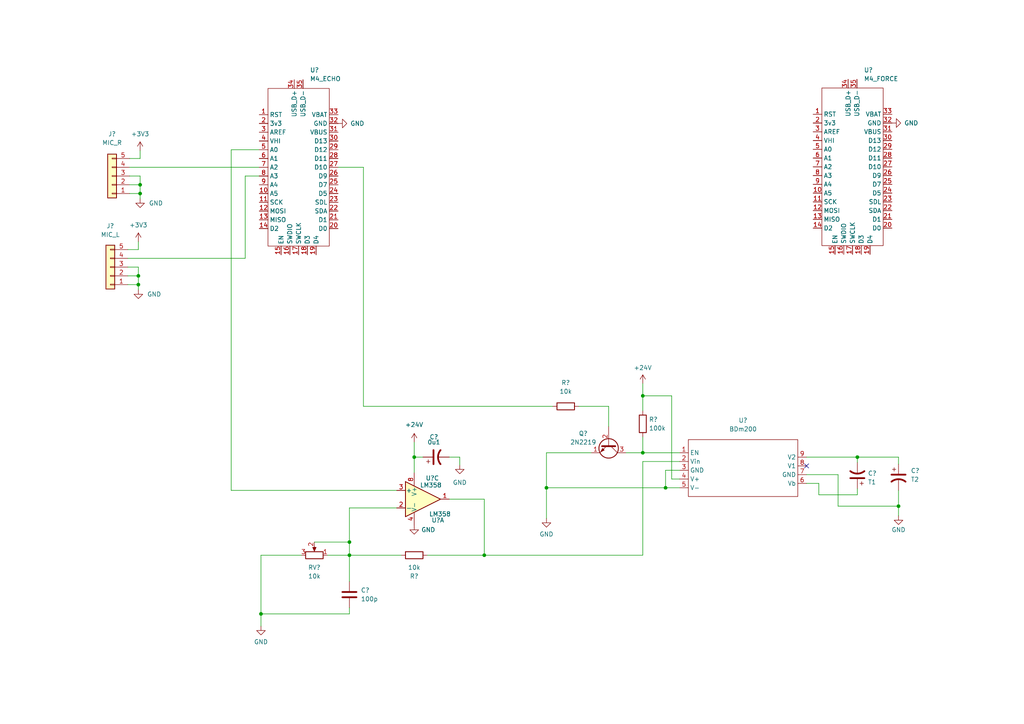
<source format=kicad_sch>
(kicad_sch (version 20211123) (generator eeschema)
  (paper "A4")
  (lib_symbols
    (symbol "Amplifier_Operational:LM358" (pin_names (offset 0.127))
      (property "Reference" "U" (at 0 5.08 0))
      (property "Value" "LM358" (at 0 -5.08 0))
      (symbol "LM358_1_1"
        (polyline (pts (xy -5.08 5.08) (xy 5.08 0) (xy -5.08 -5.08) (xy -5.08 5.08)) (stroke (width 0.254)) (fill (type background)))
        (pin output line (at 7.62 0 180) (length 2.54) (name "~") (number "1"))
        (pin input line (at -7.62 -2.54 0) (length 2.54) (name "-") (number "2"))
        (pin input line (at -7.62 2.54 0) (length 2.54) (name "+") (number "3"))
      )
      (symbol "LM358_2_1"
        (polyline (pts (xy -5.08 5.08) (xy 5.08 0) (xy -5.08 -5.08) (xy -5.08 5.08)) (stroke (width 0.254)) (fill (type background)))
        (pin input line (at -7.62 2.54 0) (length 2.54) (name "+") (number "5"))
        (pin input line (at -7.62 -2.54 0) (length 2.54) (name "-") (number "6"))
        (pin output line (at 7.62 0 180) (length 2.54) (name "~") (number "7"))
      )
      (symbol "LM358_3_1"
        (pin power_in line (at -2.54 -7.62 90) (length 3.81) (name "V-") (number "4"))
        (pin power_in line (at -2.54 7.62 270) (length 3.81) (name "V+") (number "8"))
      )
    )
    (symbol "Connector_Generic:Conn_01x05" (pin_names (offset 1.016) hide)
      (property "Reference" "J" (at 0 7.62 0))
      (property "Value" "Conn_01x05" (at 0 -7.62 0))
      (symbol "Conn_01x05_1_1"
        (rectangle (start -1.27 -4.953) (end 0 -5.207) (stroke (width 0.1524)))
        (rectangle (start -1.27 -2.413) (end 0 -2.667) (stroke (width 0.1524)))
        (rectangle (start -1.27 0.127) (end 0 -0.127) (stroke (width 0.1524)))
        (rectangle (start -1.27 2.667) (end 0 2.413) (stroke (width 0.1524)))
        (rectangle (start -1.27 5.207) (end 0 4.953) (stroke (width 0.1524)))
        (rectangle (start -1.27 6.35) (end 1.27 -6.35) (stroke (width 0.254)) (fill (type background)))
        (pin passive line (at -5.08 5.08 0) (length 3.81) (name "Pin_1") (number "1"))
        (pin passive line (at -5.08 2.54 0) (length 3.81) (name "Pin_2") (number "2"))
        (pin passive line (at -5.08 0 0) (length 3.81) (name "Pin_3") (number "3"))
        (pin passive line (at -5.08 -2.54 0) (length 3.81) (name "Pin_4") (number "4"))
        (pin passive line (at -5.08 -5.08 0) (length 3.81) (name "Pin_5") (number "5"))
      )
    )
    (symbol "Device:C" (pin_numbers hide) (pin_names (offset 0.254))
      (property "Reference" "C" (at 0.635 2.54 0))
      (property "Value" "C" (at 0.635 -2.54 0))
      (symbol "C_0_1"
        (polyline (pts (xy -2.032 -0.762) (xy 2.032 -0.762)) (stroke (width 0.508)))
        (polyline (pts (xy -2.032 0.762) (xy 2.032 0.762)) (stroke (width 0.508)))
      )
      (symbol "C_1_1"
        (pin passive line (at 0 3.81 270) (length 2.794) (name "~") (number "1"))
        (pin passive line (at 0 -3.81 90) (length 2.794) (name "~") (number "2"))
      )
    )
    (symbol "Device:C_Polarized_US" (pin_numbers hide) (pin_names (offset 0.254) hide)
      (property "Reference" "C" (at 0.635 2.54 0))
      (property "Value" "C_Polarized_US" (at 0.635 -2.54 0))
      (symbol "C_Polarized_US_0_1"
        (polyline (pts (xy -2.032 0.762) (xy 2.032 0.762)) (stroke (width 0.508)))
        (polyline (pts (xy -1.778 2.286) (xy -0.762 2.286)))
        (polyline (pts (xy -1.27 1.778) (xy -1.27 2.794)))
        (arc (start 2.032 -1.27) (mid 0 -0.5572) (end -2.032 -1.27) (stroke (width 0.508)))
      )
      (symbol "C_Polarized_US_1_1"
        (pin passive line (at 0 3.81 270) (length 2.794) (name "~") (number "1"))
        (pin passive line (at 0 -3.81 90) (length 3.302) (name "~") (number "2"))
      )
    )
    (symbol "Device:R" (pin_numbers hide) (pin_names (offset 0))
      (property "Reference" "R" (at 2.032 0 90))
      (property "Value" "R" (at 0 0 90))
      (symbol "R_0_1"
        (rectangle (start -1.016 -2.54) (end 1.016 2.54) (stroke (width 0.254)))
      )
      (symbol "R_1_1"
        (pin passive line (at 0 3.81 270) (length 1.27) (name "~") (number "1"))
        (pin passive line (at 0 -3.81 90) (length 1.27) (name "~") (number "2"))
      )
    )
    (symbol "Device:R_Potentiometer" (pin_names (offset 1.016) hide)
      (property "Reference" "RV" (at -4.445 0 90))
      (property "Value" "R_Potentiometer" (at -2.54 0 90))
      (symbol "R_Potentiometer_0_1"
        (polyline (pts (xy 2.54 0) (xy 1.524 0)))
        (polyline (pts (xy 1.143 0) (xy 2.286 0.508) (xy 2.286 -0.508) (xy 1.143 0)) (fill (type outline)))
        (rectangle (start 1.016 2.54) (end -1.016 -2.54) (stroke (width 0.254)))
      )
      (symbol "R_Potentiometer_1_1"
        (pin passive line (at 0 3.81 270) (length 1.27) (name "1") (number "1"))
        (pin passive line (at 3.81 0 180) (length 1.27) (name "2") (number "2"))
        (pin passive line (at 0 -3.81 90) (length 1.27) (name "3") (number "3"))
      )
    )
    (symbol "Transistor_BJT:2N2219" (pin_names (offset 0) hide)
      (property "Reference" "Q" (at 5.08 1.905 0))
      (property "Value" "2N2219" (at 5.08 0 0))
      (symbol "2N2219_0_1"
        (polyline (pts (xy 0.635 0.635) (xy 2.54 2.54)))
        (polyline (pts (xy 0.635 -0.635) (xy 2.54 -2.54) (xy 2.54 -2.54)))
        (polyline (pts (xy 0.635 1.905) (xy 0.635 -1.905) (xy 0.635 -1.905)) (stroke (width 0.508)))
        (polyline (pts (xy 1.27 -1.778) (xy 1.778 -1.27) (xy 2.286 -2.286) (xy 1.27 -1.778) (xy 1.27 -1.778)) (fill (type outline)))
        (circle (center 1.27 0) (radius 2.8194) (stroke (width 0.254)))
      )
      (symbol "2N2219_1_1"
        (pin passive line (at 2.54 -5.08 90) (length 2.54) (name "E") (number "1"))
        (pin passive line (at -5.08 0 0) (length 5.715) (name "B") (number "2"))
        (pin passive line (at 2.54 5.08 270) (length 2.54) (name "C") (number "3"))
      )
    )
    (symbol "mueller_lab:BDm200"
      (property "Reference" "U" (at 0 0 0))
      (property "Value" "BDm200" (at 0 10.16 0))
      (symbol "BDm200_0_1"
        (rectangle (start 16.51 8.89) (end -15.24 -7.62))
      )
      (symbol "BDm200_1_1"
        (pin input line (at -17.78 5.08 0) (length 2.54) (name "EN") (number "1"))
        (pin input line (at -17.78 2.54 0) (length 2.54) (name "Vin") (number "2"))
        (pin passive line (at -17.78 0 0) (length 2.54) (name "GND") (number "3"))
        (pin power_in line (at -17.78 -2.54 0) (length 2.54) (name "V+") (number "4"))
        (pin power_in line (at -17.78 -5.08 0) (length 2.54) (name "V-") (number "5"))
        (pin output line (at 19.05 -3.81 180) (length 2.54) (name "Vb") (number "6"))
        (pin passive line (at 19.05 -1.27 180) (length 2.54) (name "GND") (number "7"))
        (pin output line (at 19.05 1.27 180) (length 2.54) (name "V1") (number "8"))
        (pin output line (at 19.05 3.81 180) (length 2.54) (name "V2") (number "9"))
      )
    )
    (symbol "mueller_lab:itsybitsym4"
      (property "Reference" "U" (at 0 5.08 0))
      (property "Value" "itsybitsym4" (at 12.7 -22.86 0))
      (symbol "itsybitsym4_0_1"
        (rectangle (start -8.89 25.4) (end 8.89 -20.32))
      )
      (symbol "itsybitsym4_1_1"
        (pin input line (at -11.43 17.78 0) (length 2.54) (name "RST") (number "1"))
        (pin bidirectional line (at -11.43 -5.08 0) (length 2.54) (name "A5") (number "10"))
        (pin bidirectional line (at -11.43 -7.62 0) (length 2.54) (name "SCK") (number "11"))
        (pin bidirectional line (at -11.43 -10.16 0) (length 2.54) (name "MOSI") (number "12"))
        (pin bidirectional line (at -11.43 -12.7 0) (length 2.54) (name "MISO") (number "13"))
        (pin bidirectional line (at -11.43 -15.24 0) (length 2.54) (name "D2") (number "14"))
        (pin input line (at -5.08 -22.86 90) (length 2.54) (name "EN") (number "15"))
        (pin bidirectional line (at -2.54 -22.86 90) (length 2.54) (name "SWDIO") (number "16"))
        (pin bidirectional line (at 0 -22.86 90) (length 2.54) (name "SWCLK") (number "17"))
        (pin bidirectional line (at 2.54 -22.86 90) (length 2.54) (name "D3") (number "18"))
        (pin bidirectional line (at 5.08 -22.86 90) (length 2.54) (name "D4") (number "19"))
        (pin power_out line (at -11.43 15.24 0) (length 2.54) (name "3v3") (number "2"))
        (pin bidirectional line (at 11.43 -15.24 180) (length 2.54) (name "D0") (number "20"))
        (pin bidirectional line (at 11.43 -12.7 180) (length 2.54) (name "D1") (number "21"))
        (pin bidirectional line (at 11.43 -10.16 180) (length 2.54) (name "SDA") (number "22"))
        (pin bidirectional line (at 11.43 -7.62 180) (length 2.54) (name "SDL") (number "23"))
        (pin bidirectional line (at 11.43 -5.08 180) (length 2.54) (name "D5") (number "24"))
        (pin bidirectional line (at 11.43 -2.54 180) (length 2.54) (name "D7") (number "25"))
        (pin bidirectional line (at 11.43 0 180) (length 2.54) (name "D9") (number "26"))
        (pin bidirectional line (at 11.43 2.54 180) (length 2.54) (name "D10") (number "27"))
        (pin bidirectional line (at 11.43 5.08 180) (length 2.54) (name "D11") (number "28"))
        (pin bidirectional line (at 11.43 7.62 180) (length 2.54) (name "D12") (number "29"))
        (pin output line (at -11.43 12.7 0) (length 2.54) (name "AREF") (number "3"))
        (pin bidirectional line (at 11.43 10.16 180) (length 2.54) (name "D13") (number "30"))
        (pin power_out line (at 11.43 12.7 180) (length 2.54) (name "VBUS") (number "31"))
        (pin passive line (at 11.43 15.24 180) (length 2.54) (name "GND") (number "32"))
        (pin power_in line (at 11.43 17.78 180) (length 2.54) (name "VBAT") (number "33"))
        (pin bidirectional line (at -1.27 27.94 270) (length 2.54) (name "USB_D+") (number "34"))
        (pin bidirectional line (at 1.27 27.94 270) (length 2.54) (name "USB_D-") (number "35"))
        (pin power_in line (at -11.43 10.16 0) (length 2.54) (name "VHI") (number "4"))
        (pin bidirectional line (at -11.43 7.62 0) (length 2.54) (name "A0") (number "5"))
        (pin bidirectional line (at -11.43 5.08 0) (length 2.54) (name "A1") (number "6"))
        (pin bidirectional line (at -11.43 2.54 0) (length 2.54) (name "A2") (number "7"))
        (pin bidirectional line (at -11.43 0 0) (length 2.54) (name "A3") (number "8"))
        (pin bidirectional line (at -11.43 -2.54 0) (length 2.54) (name "A4") (number "9"))
      )
    )
    (symbol "power:+24V" (power) (pin_names (offset 0))
      (property "Value" "+24V" (at 0 3.556 0))
      (symbol "+24V_0_1"
        (polyline (pts (xy -0.762 1.27) (xy 0 2.54)))
        (polyline (pts (xy 0 0) (xy 0 2.54)))
        (polyline (pts (xy 0 2.54) (xy 0.762 1.27)))
      )
      (symbol "+24V_1_1"
        (pin power_in line (at 0 0 90) (length 0) hide (name "+24V") (number "1"))
      )
    )
    (symbol "power:+3V3" (power) (pin_names (offset 0))
      (property "Value" "+3V3" (at 0 3.556 0))
      (symbol "+3V3_0_1"
        (polyline (pts (xy -0.762 1.27) (xy 0 2.54)))
        (polyline (pts (xy 0 0) (xy 0 2.54)))
        (polyline (pts (xy 0 2.54) (xy 0.762 1.27)))
      )
      (symbol "+3V3_1_1"
        (pin power_in line (at 0 0 90) (length 0) hide (name "+3V3") (number "1"))
      )
    )
    (symbol "power:GND" (power) (pin_names (offset 0))
      (property "Value" "GND" (at 0 -3.81 0))
      (symbol "GND_0_1"
        (polyline (pts (xy 0 0) (xy 0 -1.27) (xy 1.27 -1.27) (xy 0 -2.54) (xy -1.27 -1.27) (xy 0 -1.27)))
      )
      (symbol "GND_1_1"
        (pin power_in line (at 0 0 270) (length 0) hide (name "GND") (number "1"))
      )
    )
  )
  (junction (at 186.436 131.318))
  (junction (at 101.346 161.036))
  (junction (at 260.604 146.812))
  (junction (at 40.132 80.01))
  (junction (at 40.132 82.55))
  (junction (at 101.346 157.226))
  (junction (at 158.496 141.478))
  (junction (at 248.666 132.588))
  (junction (at 120.142 132.588))
  (junction (at 186.436 114.808))
  (junction (at 193.04 141.478))
  (junction (at 40.64 56.134))
  (junction (at 75.692 178.054))
  (junction (at 40.64 53.594))
  (junction (at 140.462 161.036))
  (no_connect (at 233.934 135.128))
  (wire (pts (xy 193.04 141.478) (xy 197.104 141.478)))
  (wire (pts (xy 237.49 143.51) (xy 237.49 140.208)))
  (wire (pts (xy 37.084 80.01) (xy 40.132 80.01)))
  (wire (pts (xy 37.592 53.594) (xy 40.64 53.594)))
  (wire (pts (xy 67.056 142.24) (xy 115.062 142.24)))
  (wire (pts (xy 133.35 132.588) (xy 133.35 134.874)))
  (wire (pts (xy 186.436 131.318) (xy 197.104 131.318)))
  (wire (pts (xy 167.894 117.856) (xy 176.53 117.856)))
  (wire (pts (xy 40.132 82.55) (xy 40.132 84.074)))
  (wire (pts (xy 71.12 74.93) (xy 71.12 51.054)))
  (wire (pts (xy 194.818 138.938) (xy 194.818 114.808)))
  (wire (pts (xy 158.496 131.318) (xy 158.496 141.478)))
  (wire (pts (xy 158.496 141.478) (xy 158.496 150.368)))
  (wire (pts (xy 248.666 143.51) (xy 237.49 143.51)))
  (wire (pts (xy 94.996 161.036) (xy 101.346 161.036)))
  (wire (pts (xy 101.346 161.036) (xy 101.346 168.656)))
  (wire (pts (xy 248.666 141.732) (xy 248.666 143.51)))
  (wire (pts (xy 181.61 131.318) (xy 186.436 131.318)))
  (wire (pts (xy 101.346 157.226) (xy 101.346 161.036)))
  (wire (pts (xy 37.084 82.55) (xy 40.132 82.55)))
  (wire (pts (xy 91.186 157.226) (xy 101.346 157.226)))
  (wire (pts (xy 101.346 161.036) (xy 116.332 161.036)))
  (wire (pts (xy 37.592 48.514) (xy 75.184 48.514)))
  (wire (pts (xy 140.462 161.036) (xy 186.436 161.036)))
  (wire (pts (xy 101.346 147.32) (xy 101.346 157.226)))
  (wire (pts (xy 40.132 77.47) (xy 40.132 80.01)))
  (wire (pts (xy 233.934 137.668) (xy 243.078 137.668)))
  (wire (pts (xy 260.604 142.24) (xy 260.604 146.812)))
  (wire (pts (xy 37.592 56.134) (xy 40.64 56.134)))
  (wire (pts (xy 140.462 144.78) (xy 130.302 144.78)))
  (wire (pts (xy 40.132 70.104) (xy 40.132 72.39)))
  (wire (pts (xy 260.604 134.62) (xy 260.604 132.588)))
  (wire (pts (xy 105.41 48.514) (xy 105.41 117.856)))
  (wire (pts (xy 75.692 178.054) (xy 75.692 181.61)))
  (wire (pts (xy 71.12 51.054) (xy 75.184 51.054)))
  (wire (pts (xy 130.302 132.588) (xy 133.35 132.588)))
  (wire (pts (xy 120.142 132.588) (xy 122.682 132.588)))
  (wire (pts (xy 120.142 128.27) (xy 120.142 132.588)))
  (wire (pts (xy 197.104 133.858) (xy 186.436 133.858)))
  (wire (pts (xy 37.084 77.47) (xy 40.132 77.47)))
  (wire (pts (xy 140.462 144.78) (xy 140.462 161.036)))
  (wire (pts (xy 101.346 147.32) (xy 115.062 147.32)))
  (wire (pts (xy 105.41 117.856) (xy 160.274 117.856)))
  (wire (pts (xy 260.604 146.812) (xy 260.604 149.606)))
  (wire (pts (xy 248.666 132.588) (xy 260.604 132.588)))
  (wire (pts (xy 40.64 56.134) (xy 40.64 57.658)))
  (wire (pts (xy 193.04 136.398) (xy 193.04 141.478)))
  (wire (pts (xy 87.376 161.036) (xy 75.692 161.036)))
  (wire (pts (xy 40.64 51.054) (xy 40.64 53.594)))
  (wire (pts (xy 120.142 137.16) (xy 120.142 132.588)))
  (wire (pts (xy 158.496 141.478) (xy 193.04 141.478)))
  (wire (pts (xy 186.436 126.746) (xy 186.436 131.318)))
  (wire (pts (xy 237.49 140.208) (xy 233.934 140.208)))
  (wire (pts (xy 186.436 114.808) (xy 186.436 119.126)))
  (wire (pts (xy 186.436 111.252) (xy 186.436 114.808)))
  (wire (pts (xy 233.934 132.588) (xy 248.666 132.588)))
  (wire (pts (xy 40.132 80.01) (xy 40.132 82.55)))
  (wire (pts (xy 37.084 72.39) (xy 40.132 72.39)))
  (wire (pts (xy 101.346 176.276) (xy 101.346 178.054)))
  (wire (pts (xy 197.104 136.398) (xy 193.04 136.398)))
  (wire (pts (xy 75.692 161.036) (xy 75.692 178.054)))
  (wire (pts (xy 243.078 146.812) (xy 260.604 146.812)))
  (wire (pts (xy 37.084 74.93) (xy 71.12 74.93)))
  (wire (pts (xy 123.952 161.036) (xy 140.462 161.036)))
  (wire (pts (xy 243.078 137.668) (xy 243.078 146.812)))
  (wire (pts (xy 248.666 132.588) (xy 248.666 134.112)))
  (wire (pts (xy 171.45 131.318) (xy 158.496 131.318)))
  (wire (pts (xy 67.056 43.434) (xy 67.056 142.24)))
  (wire (pts (xy 67.056 43.434) (xy 75.184 43.434)))
  (wire (pts (xy 176.53 117.856) (xy 176.53 123.698)))
  (wire (pts (xy 197.104 138.938) (xy 194.818 138.938)))
  (wire (pts (xy 186.436 161.036) (xy 186.436 133.858)))
  (wire (pts (xy 98.044 48.514) (xy 105.41 48.514)))
  (wire (pts (xy 37.592 51.054) (xy 40.64 51.054)))
  (wire (pts (xy 40.64 43.688) (xy 40.64 45.974)))
  (wire (pts (xy 37.592 45.974) (xy 40.64 45.974)))
  (wire (pts (xy 40.64 53.594) (xy 40.64 56.134)))
  (wire (pts (xy 194.818 114.808) (xy 186.436 114.808)))
  (wire (pts (xy 75.692 178.054) (xy 101.346 178.054)))
  (symbol (lib_id "power:+24V") (at 120.142 128.27 0) (unit 1)
    (property "Reference" "#PWR?" (effects hide))
    (property "Value" "+24V" (at 120.142 123.19 0))
  )
  (symbol (lib_id "power:+24V") (at 186.436 111.252 0) (unit 1)
    (property "Reference" "#PWR?" (effects hide))
    (property "Value" "+24V" (at 186.436 106.68 0))
  )
  (symbol (lib_id "Device:R") (at 164.084 117.856 90) (unit 1)
    (property "Reference" "R?" (at 164.084 110.998 90))
    (property "Value" "10k" (at 164.084 113.538 90))
  )
  (symbol (lib_id "power:GND") (at 258.699 35.687 90) (unit 1)
    (property "Reference" "#PWR?" (effects hide))
    (property "Value" "GND" (at 262.255 35.6869 90) (effects (justify right)))
  )
  (symbol (lib_id "power:GND") (at 120.142 152.4 0) (mirror y) (unit 1)
    (property "Reference" "#PWR?" (effects hide))
    (property "Value" "GND" (at 122.174 153.6699 0) (effects (justify right)))
  )
  (symbol (lib_id "Transistor_BJT:2N2219") (at 176.53 128.778 270) (unit 1)
    (property "Reference" "Q?" (at 169.164 125.73 90))
    (property "Value" "2N2219" (at 169.164 128.27 90))
    (property "Footprint" "Package_TO_SOT_THT:TO-39-3" (effects hide))
    (property "Datasheet" "http://www.onsemi.com/pub_link/Collateral/2N2219-D.PDF" (effects hide))
  )
  (symbol (lib_id "Device:R") (at 186.436 122.936 0) (unit 1)
    (property "Reference" "R?" (at 188.214 121.6659 0) (effects (justify left)))
    (property "Value" "100k" (at 188.214 124.2059 0) (effects (justify left)))
  )
  (symbol (lib_id "Connector_Generic:Conn_01x05") (at 32.004 77.47 180) (unit 1)
    (property "Reference" "J?" (at 32.004 65.532 0))
    (property "Value" "MIC_L" (at 32.004 68.072 0))
  )
  (symbol (lib_id "Amplifier_Operational:LM358") (at 122.682 144.78 0) (unit 3)
    (property "Reference" "U?" (at 123.444 138.684 0) (effects (justify left)))
    (property "Value" "LM358" (at 124.46 149.098 0) (effects (justify left)))
    (property "Datasheet" "http://www.ti.com/lit/ds/symlink/lm2904-n.pdf" (effects hide))
  )
  (symbol (lib_id "power:GND") (at 133.35 134.874 0) (unit 1)
    (property "Reference" "#PWR?" (effects hide))
    (property "Value" "GND" (at 133.35 139.954 0))
  )
  (symbol (lib_id "power:GND") (at 40.132 84.074 0) (unit 1)
    (property "Reference" "#PWR?" (effects hide))
    (property "Value" "GND" (at 42.672 85.3439 0) (effects (justify left)))
  )
  (symbol (lib_id "power:GND") (at 75.692 181.61 0) (unit 1)
    (property "Reference" "#PWR?" (effects hide))
    (property "Value" "GND" (at 75.692 186.182 0))
  )
  (symbol (lib_id "power:GND") (at 40.64 57.658 0) (unit 1)
    (property "Reference" "#PWR?" (effects hide))
    (property "Value" "GND" (at 43.18 58.9279 0) (effects (justify left)))
  )
  (symbol (lib_id "Connector_Generic:Conn_01x05") (at 32.512 51.054 180) (unit 1)
    (property "Reference" "J?" (at 32.512 38.862 0))
    (property "Value" "MIC_R" (at 32.512 41.402 0))
  )
  (symbol (lib_id "Device:R") (at 120.142 161.036 90) (mirror x) (unit 1)
    (property "Reference" "R?" (at 120.142 167.132 90))
    (property "Value" "10k" (at 120.142 164.592 90))
  )
  (symbol (lib_id "mueller_lab:itsybitsym4") (at 86.614 51.054 0) (unit 1)
    (property "Reference" "U?" (at 89.9034 20.32 0) (effects (justify left)))
    (property "Value" "M4_ECHO" (at 89.9034 22.86 0) (effects (justify left)))
  )
  (symbol (lib_id "Device:C_Polarized_US") (at 260.604 138.43 0) (unit 1)
    (property "Reference" "C?" (at 264.16 136.5249 0) (effects (justify left)))
    (property "Value" "T2" (at 264.16 139.0649 0) (effects (justify left)))
  )
  (symbol (lib_id "power:GND") (at 98.044 35.814 90) (unit 1)
    (property "Reference" "#PWR?" (effects hide))
    (property "Value" "GND" (at 101.6 35.8139 90) (effects (justify right)))
  )
  (symbol (lib_id "Device:C_Polarized_US") (at 248.666 137.922 180) (unit 1)
    (property "Reference" "C?" (at 251.714 137.2869 0) (effects (justify right)))
    (property "Value" "T1" (at 251.714 139.8269 0) (effects (justify right)))
  )
  (symbol (lib_id "mueller_lab:BDm200") (at 214.884 136.398 0) (unit 1)
    (property "Reference" "U?" (at 215.519 121.92 0))
    (property "Value" "BDm200" (at 215.519 124.46 0))
  )
  (symbol (lib_id "Device:C") (at 101.346 172.466 0) (unit 1)
    (property "Reference" "C?" (at 104.648 171.1959 0) (effects (justify left)))
    (property "Value" "100p" (at 104.648 173.7359 0) (effects (justify left)))
  )
  (symbol (lib_id "Device:R_Potentiometer") (at 91.186 161.036 270) (mirror x) (unit 1)
    (property "Reference" "RV?" (at 91.186 164.592 90))
    (property "Value" "10k" (at 91.186 167.132 90))
  )
  (symbol (lib_id "Amplifier_Operational:LM358") (at 122.682 144.78 0) (unit 1)
    (property "Reference" "U?" (at 127 150.876 0))
    (property "Value" "LM358" (at 124.968 140.716 0))
    (property "Datasheet" "http://www.ti.com/lit/ds/symlink/lm2904-n.pdf" (effects hide))
  )
  (symbol (lib_id "power:+3V3") (at 40.64 43.688 0) (unit 1)
    (property "Reference" "#PWR?" (effects hide))
    (property "Value" "+3V3" (at 40.64 38.862 0))
  )
  (symbol (lib_id "power:GND") (at 260.604 149.606 0) (unit 1)
    (property "Reference" "#PWR?" (effects hide))
    (property "Value" "GND" (at 258.572 153.67 0) (effects (justify left)))
  )
  (symbol (lib_id "Device:C_Polarized_US") (at 126.492 132.588 90) (unit 1)
    (property "Reference" "C?" (at 125.857 126.746 90))
    (property "Value" "0u1" (at 125.857 128.27 90))
  )
  (symbol (lib_id "power:GND") (at 158.496 150.368 0) (unit 1)
    (property "Reference" "#PWR?" (effects hide))
    (property "Value" "GND" (at 158.496 154.94 0))
  )
  (symbol (lib_id "mueller_lab:itsybitsym4") (at 247.269 50.927 0) (unit 1)
    (property "Reference" "U?" (at 250.5584 20.32 0) (effects (justify left)))
    (property "Value" "M4_FORCE" (at 250.5584 22.86 0) (effects (justify left)))
  )
  (symbol (lib_id "power:+3V3") (at 40.132 70.104 0) (unit 1)
    (property "Reference" "#PWR?" (effects hide))
    (property "Value" "+3V3" (at 40.132 65.278 0))
  )
)
</source>
